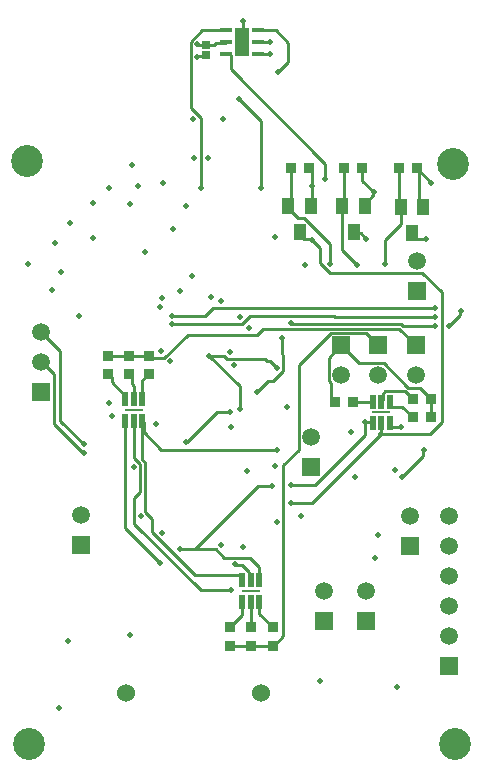
<source format=gbr>
%TF.GenerationSoftware,Altium Limited,Altium Designer,19.1.5 (86)*%
G04 Layer_Physical_Order=4*
G04 Layer_Color=16711680*
%FSLAX26Y26*%
%MOIN*%
%TF.FileFunction,Copper,L4,Bot,Signal*%
%TF.Part,Single*%
G01*
G75*
%TA.AperFunction,SMDPad,CuDef*%
%ADD20R,0.033465X0.035433*%
%ADD21R,0.035433X0.033465*%
%ADD28R,0.025197X0.025197*%
%TA.AperFunction,Conductor*%
%ADD32C,0.010000*%
%TA.AperFunction,ComponentPad*%
%ADD35R,0.059055X0.059055*%
%ADD36C,0.059055*%
%ADD37C,0.060000*%
%TA.AperFunction,ViaPad*%
%ADD38C,0.020000*%
%ADD39C,0.106299*%
%TA.AperFunction,SMDPad,CuDef*%
%ADD40R,0.050394X0.094488*%
%ADD41R,0.039370X0.015748*%
%ADD42R,0.039370X0.055118*%
%ADD43R,0.062992X0.011417*%
%ADD44R,0.021654X0.045276*%
D20*
X3094848Y2050000D02*
D03*
X3033824D02*
D03*
X2911024D02*
D03*
X2850000D02*
D03*
X2733110D02*
D03*
X2672087D02*
D03*
X2819488Y1273137D02*
D03*
X2880512D02*
D03*
X3140000Y1281220D02*
D03*
X3078976D02*
D03*
X3140512Y1220000D02*
D03*
X3079488D02*
D03*
D21*
X2065000Y1426024D02*
D03*
Y1365000D02*
D03*
X2135000Y1425512D02*
D03*
Y1364488D02*
D03*
X2200000Y1425512D02*
D03*
Y1364488D02*
D03*
X2615000Y459488D02*
D03*
Y520512D02*
D03*
X2540000Y459488D02*
D03*
Y520512D02*
D03*
X2470000Y459488D02*
D03*
Y520512D02*
D03*
D28*
X2390000Y2426890D02*
D03*
Y2463110D02*
D03*
D32*
X2647575Y1376302D02*
Y1428010D01*
X2645000Y1430585D02*
X2647575Y1428010D01*
X2645000Y1430585D02*
Y1485000D01*
X2612881Y1341608D02*
X2647575Y1376302D01*
X2595484Y1341608D02*
X2612881D01*
X2558877Y1305000D02*
X2595484Y1341608D01*
X2593706Y1409395D02*
X2602180D01*
X2626575Y1385000D01*
X2460733Y1416234D02*
X2586867D01*
X2450943Y1426024D02*
X2460733Y1416234D01*
X2399638Y1426024D02*
X2450943D01*
X2586867Y1416234D02*
X2593706Y1409395D01*
X2502042Y1249322D02*
Y1323620D01*
X2399638Y1426024D02*
X2502042Y1323620D01*
X2427069Y1236917D02*
X2469431D01*
X2327576Y1137424D02*
X2427069Y1236917D01*
X3040100Y1532528D02*
X3047627Y1525000D01*
X2792661Y1532528D02*
X3040100D01*
X2791579Y1531446D02*
X2792661Y1532528D01*
X3047627Y1525000D02*
X3155000D01*
X2677474Y1531446D02*
X2791579D01*
X2672474Y1536446D02*
X2677474Y1531446D01*
X3114591Y1108940D02*
X3116505Y1110853D01*
X3114591Y1091325D02*
Y1108940D01*
X3043266Y1020000D02*
X3114591Y1091325D01*
X2240000Y1113037D02*
X2626575D01*
X2181895Y1171142D02*
X2240000Y1113037D01*
X2181895Y1171142D02*
Y1205428D01*
X2178543Y1208780D02*
X2181895Y1205428D01*
X2745000Y935000D02*
X2975000Y1165000D01*
X2672474Y935000D02*
X2745000D01*
X2920000Y1160703D02*
Y1204173D01*
X2754297Y995000D02*
X2920000Y1160703D01*
X2672474Y995000D02*
X2754297D01*
X2647575Y491079D02*
Y1061454D01*
X2615984Y459488D02*
X2647575Y491079D01*
Y1061454D02*
X2699157Y1113037D01*
X2352608Y780000D02*
X2424221D01*
X2562608Y990000D02*
X2610000D01*
X2352608Y780000D02*
X2562608Y990000D01*
X2302509Y780000D02*
X2352608D01*
X2535825Y753087D02*
X2568543Y720369D01*
Y677441D02*
Y720369D01*
X2451135Y753087D02*
X2535825D01*
X2424221Y780000D02*
X2451135Y753087D01*
X2487109Y730000D02*
X2489022Y728087D01*
X2121457Y851882D02*
X2238058Y735281D01*
X2121457Y851882D02*
Y1208780D01*
X2151836Y866349D02*
X2373185Y645000D01*
X2151836Y866349D02*
Y951651D01*
X2373185Y645000D02*
X2475000D01*
X2489022Y728087D02*
X2509832D01*
X2534173Y703745D01*
Y683268D02*
Y703745D01*
Y683268D02*
X2540000Y677441D01*
X2355141Y695079D02*
X2505630D01*
X2210295Y839925D02*
X2355141Y695079D01*
X2505630D02*
X2511457Y689252D01*
Y677441D02*
Y689252D01*
X2151836Y951651D02*
X2170396Y970211D01*
Y1063698D01*
X2150000Y1084094D02*
X2170396Y1063698D01*
X2150000Y1084094D02*
Y1208780D01*
X2186396Y906139D02*
Y1070326D01*
Y906139D02*
X2210295Y882239D01*
X2178543Y1078178D02*
Y1208780D01*
Y1078178D02*
X2186396Y1070326D01*
X2210295Y839925D02*
Y882239D01*
X3238087Y1573087D02*
X3240000Y1575000D01*
X3238087Y1563087D02*
Y1573087D01*
X3200000Y1525000D02*
X3238087Y1563087D01*
X3135517Y1165000D02*
X3176000Y1205483D01*
X3110139Y1702714D02*
X3176000Y1636853D01*
Y1205483D02*
Y1636853D01*
X2820942Y1555000D02*
X3155000D01*
X2818496Y1557446D02*
X2820942Y1555000D01*
X2537144Y1557446D02*
X2818496D01*
X2511585Y1531886D02*
X2537144Y1557446D01*
X2412498Y1585000D02*
X3155000D01*
X2387223Y1559725D02*
X2412498Y1585000D01*
X3033472Y1516528D02*
X3090000Y1460000D01*
X2799289Y1516528D02*
X3033472D01*
X2798207Y1515446D02*
X2799289Y1516528D01*
X2579804Y1515446D02*
X2798207D01*
X2560825Y1496467D02*
X2579804Y1515446D01*
X2276559Y1559725D02*
X2387223D01*
X2805916Y1500528D02*
X2924472D01*
X2965000Y1460000D01*
X2276559Y1531886D02*
X2511585D01*
X2699157Y1393769D02*
X2805916Y1500528D01*
X1840000Y1505000D02*
X1905000Y1440000D01*
Y1208622D02*
Y1440000D01*
Y1208622D02*
X1982339Y1131283D01*
X1845000Y1405000D02*
X1885000Y1365000D01*
X1840000Y1405000D02*
X1845000D01*
X1885000Y1198924D02*
Y1365000D01*
Y1198924D02*
X1981275Y1102649D01*
X1982806D01*
X2325000Y1137424D02*
X2327576D01*
X2623937Y2510098D02*
X2665197Y2468838D01*
X2562756Y2510098D02*
X2623937D01*
X2665197Y2405000D02*
Y2468838D01*
X2630197Y2370000D02*
X2665197Y2405000D01*
X2628975Y2370000D02*
X2630197D01*
X2500000Y2280000D02*
X2572417Y2207583D01*
Y1983899D02*
Y2207583D01*
X2376926Y2510098D02*
X2457244D01*
X2339000Y2472173D02*
X2376926Y2510098D01*
X2339000Y2252895D02*
Y2472173D01*
Y2252895D02*
X2375000Y2216895D01*
Y1983899D02*
Y2216895D01*
X2360000Y2422196D02*
X2361913Y2424110D01*
X2360000Y2463474D02*
X2360182Y2463292D01*
X2389818D01*
X2361913Y2424110D02*
X2387220D01*
X2422559Y2468071D02*
X2454587D01*
X2457244Y2470728D01*
X2387220Y2424110D02*
X2390000Y2426890D01*
X2445433Y2470728D02*
X2457244D01*
X2389818Y2463292D02*
X2390000Y2463110D01*
X2417599D02*
X2422559Y2468071D01*
X2390000Y2463110D02*
X2417599D01*
X2457244Y2431358D02*
X2469055D01*
X2786099Y2015000D02*
Y2066010D01*
X2471929Y2380180D02*
X2786099Y2066010D01*
X2471929Y2380180D02*
Y2428484D01*
X2469055Y2431358D02*
X2471929Y2428484D01*
X2975000Y1165000D02*
X3135517D01*
X2803128Y1702714D02*
X3110139D01*
X2771608Y1734234D02*
X2803128Y1702714D01*
X2771608Y1734234D02*
Y1786597D01*
X2745000Y1813205D02*
X2771608Y1786597D01*
X3009370Y1187678D02*
X3039406D01*
X3003543Y1193505D02*
X3009370Y1187678D01*
X3003543Y1193505D02*
Y1200696D01*
X2975000Y1165000D02*
Y1200696D01*
X2920000Y1204173D02*
X2942980D01*
X2946457Y1200696D01*
X3091493Y1815827D02*
X3125000D01*
X3076808Y1830512D02*
X3091493Y1815827D01*
X3076808Y1830512D02*
Y1833386D01*
X2887480Y1833504D02*
X2906795D01*
X2882599Y1838386D02*
X2887480Y1833504D01*
X2906795D02*
X2924472Y1815827D01*
X2743087Y1815118D02*
X2745000Y1813205D01*
X2725866Y1815118D02*
X2743087D01*
X2725158Y1815827D02*
X2725866Y1815118D01*
X2717284Y1815827D02*
X2725158D01*
X2702599Y1830512D02*
X2717284Y1815827D01*
X2702599Y1830512D02*
Y1838386D01*
X2986486Y1813205D02*
X3039406Y1866125D01*
X2986486Y1731036D02*
Y1813205D01*
X3039406Y1866125D02*
Y1920000D01*
X2845197Y1777509D02*
X2893347Y1729359D01*
X2845197Y1777509D02*
Y1925000D01*
X2805000Y1730540D02*
Y1798785D01*
X2717344Y1886441D02*
X2805000Y1798785D01*
X2695882Y1886441D02*
X2717344D01*
X2665197Y1917126D02*
X2695882Y1886441D01*
X2665197Y1917126D02*
Y1925000D01*
X2672087Y1931890D01*
Y2050000D01*
X2845197Y1925000D02*
X2850000Y1929803D01*
Y2050000D01*
X3033824Y1925582D02*
X3039406Y1920000D01*
X3033824Y1925582D02*
Y2050000D01*
X3099524Y2044340D02*
X3138087Y2005777D01*
X3094848Y2049016D02*
X3099524Y2044340D01*
Y1934685D02*
Y2044340D01*
X3138087Y2001913D02*
X3140000Y2000000D01*
X3138087Y2001913D02*
Y2005777D01*
X3094848Y2049016D02*
Y2050000D01*
X3099524Y1934685D02*
X3114209Y1920000D01*
X2911024Y2008976D02*
X2950000Y1970000D01*
X2911024Y2008976D02*
Y2050000D01*
X2744843Y1990157D02*
X2745000Y1990000D01*
X2744843Y1990157D02*
Y2038268D01*
X2733110Y2050000D02*
X2744843Y2038268D01*
X2699157Y1113037D02*
Y1393769D01*
X2615000Y459488D02*
X2615984D01*
X2329248Y1496467D02*
X2560825D01*
X2251781Y1419000D02*
X2329248Y1496467D01*
X2206512Y1419000D02*
X2251781D01*
X2200000Y1425512D02*
X2206512Y1419000D01*
X2840000Y1460000D02*
X2899472Y1400528D01*
X2983281D01*
X3064336Y1319472D01*
X3102732D01*
X3140000Y1282205D01*
Y1281220D02*
Y1282205D01*
X2988160Y1306775D02*
X3054406D01*
X2980827Y1299442D02*
X2988160Y1306775D01*
X3054406D02*
X3078976Y1282205D01*
X3044973Y1255499D02*
X3079488Y1220984D01*
X3009370Y1255499D02*
X3044973D01*
X2980827Y1278964D02*
Y1299442D01*
X2799472Y1419472D02*
X2840000Y1460000D01*
X2799472Y1343213D02*
Y1419472D01*
Y1343213D02*
X2807756Y1334929D01*
Y1284870D02*
Y1334929D01*
Y1284870D02*
X2819488Y1273137D01*
X3140512Y1220000D02*
X3145000Y1215512D01*
X3140000Y1220512D02*
X3140512Y1220000D01*
X3140000Y1220512D02*
Y1281220D01*
X2880512Y1273137D02*
X2946457D01*
X3079488Y1220000D02*
Y1220984D01*
X3003543Y1261326D02*
X3009370Y1255499D01*
X3003543Y1261326D02*
Y1273137D01*
X3078976Y1281220D02*
Y1282205D01*
X2975000Y1273137D02*
X2980827Y1278964D01*
X2540000Y459488D02*
X2615000D01*
X2470000D02*
X2540000D01*
X2568543Y565984D02*
X2614016Y520512D01*
X2568543Y565984D02*
Y605000D01*
X2540000Y520512D02*
Y605000D01*
X2470984Y520512D02*
X2511457Y560984D01*
X2470000Y520512D02*
X2470984D01*
X2511457Y560984D02*
Y605000D01*
X2135000Y1425512D02*
X2200000D01*
X2134488Y1426024D02*
X2135000Y1425512D01*
X2065000Y1426024D02*
X2134488D01*
X2199016Y1364488D02*
X2200000D01*
X2178543Y1344016D02*
X2199016Y1364488D01*
X2178543Y1281220D02*
Y1344016D01*
X2143284Y1332756D02*
Y1364488D01*
X2135000D02*
X2143284D01*
Y1332756D02*
X2150000Y1326039D01*
Y1281220D02*
Y1326039D01*
X2065000Y1365000D02*
X2065984D01*
X2077717Y1353268D01*
Y1336772D02*
Y1353268D01*
Y1336772D02*
X2121457Y1293031D01*
Y1281220D02*
Y1293031D01*
X2562756Y2431358D02*
X2603974D01*
Y2471754D02*
X2605000Y2472780D01*
X2563782Y2471754D02*
X2603974D01*
X2562756Y2470728D02*
X2563782Y2471754D01*
X2515000Y2475728D02*
Y2540000D01*
X2510000Y2470728D02*
X2515000Y2475728D01*
X2920000Y1932874D02*
X2948087Y1960961D01*
X2745000Y1930000D02*
Y1990000D01*
X2614016Y520512D02*
X2615000D01*
X2147717Y1283504D02*
X2150000Y1281220D01*
X2739685Y1055000D02*
X2764213Y1079528D01*
X1838158Y1503158D02*
X1840000Y1505000D01*
X2917706Y640000D02*
X2925000D01*
D35*
X2739685Y1055000D02*
D03*
X3070000Y790000D02*
D03*
X2925000Y540000D02*
D03*
X2785000D02*
D03*
X1840000Y1305000D02*
D03*
X1975000Y795000D02*
D03*
X3200000Y390000D02*
D03*
X3090000Y1460000D02*
D03*
X2965000D02*
D03*
X2840000D02*
D03*
X3095000Y1643242D02*
D03*
D36*
X2739685Y1155000D02*
D03*
X3070000Y890000D02*
D03*
X2925000Y640000D02*
D03*
X2785000D02*
D03*
X1840000Y1405000D02*
D03*
Y1505000D02*
D03*
X1975000Y895000D02*
D03*
X3200000Y490000D02*
D03*
Y590000D02*
D03*
Y690000D02*
D03*
Y790000D02*
D03*
Y890000D02*
D03*
X3090000Y1360000D02*
D03*
X2965000D02*
D03*
X2840000D02*
D03*
X3095000Y1743242D02*
D03*
D37*
X2124213Y300000D02*
D03*
X2575000D02*
D03*
D38*
X2281849Y1847427D02*
D03*
X2244918Y1619493D02*
D03*
X2013397Y1817265D02*
D03*
X2342196Y1690000D02*
D03*
X2485000Y1395000D02*
D03*
X2399638Y1426024D02*
D03*
X2626575Y1385000D02*
D03*
X2469431Y1236917D02*
D03*
X2502042Y1249322D02*
D03*
X3020000Y1045709D02*
D03*
X1900000Y250000D02*
D03*
X3116505Y1110853D02*
D03*
X3043266Y1020000D02*
D03*
X2626575Y1113037D02*
D03*
X2886890Y1020000D02*
D03*
X2672474Y995000D02*
D03*
Y935000D02*
D03*
X2610000Y990000D02*
D03*
X2487109Y730000D02*
D03*
X2302509Y780000D02*
D03*
X2238058Y735281D02*
D03*
X2475000Y645000D02*
D03*
X2872582Y1172362D02*
D03*
X3240000Y1575000D02*
D03*
X3200000Y1525000D02*
D03*
X3155000D02*
D03*
Y1555000D02*
D03*
Y1585000D02*
D03*
X2672474Y1536446D02*
D03*
X2645000Y1485000D02*
D03*
X2558877Y1305000D02*
D03*
X3028445Y320000D02*
D03*
X2770000Y340000D02*
D03*
X2505000Y1555000D02*
D03*
X2276559Y1531886D02*
D03*
Y1559725D02*
D03*
X1982806Y1102649D02*
D03*
X1982339Y1131283D02*
D03*
X2325000Y1137424D02*
D03*
X2225006Y1196922D02*
D03*
X2527345Y1041890D02*
D03*
X2244918Y835000D02*
D03*
X2135476Y495000D02*
D03*
X1930000Y475000D02*
D03*
X2149396Y1055000D02*
D03*
X2628975Y2370000D02*
D03*
X2500000Y2280000D02*
D03*
X2360000Y2422196D02*
D03*
Y2463474D02*
D03*
X2375000Y1983899D02*
D03*
X2572417D02*
D03*
X2786099Y2015000D02*
D03*
X2469431Y1437234D02*
D03*
X3039406Y1187678D02*
D03*
X2975000Y1165000D02*
D03*
X2920000Y1204173D02*
D03*
X3125000Y1815827D02*
D03*
X2924472D02*
D03*
X2745000Y1813205D02*
D03*
X3140000Y2000000D02*
D03*
X2240000Y1440000D02*
D03*
X2448228Y2214188D02*
D03*
X2347196Y2215000D02*
D03*
X2396872Y2085362D02*
D03*
X2350000D02*
D03*
X2474537Y1189182D02*
D03*
X2620000Y1059331D02*
D03*
X2078425Y1225000D02*
D03*
X2066868Y1268425D02*
D03*
X2660635Y1255586D02*
D03*
X2603974Y2431358D02*
D03*
X2605000Y2472780D02*
D03*
X2515000Y2540000D02*
D03*
X2950000Y1970000D02*
D03*
X2238058Y1587564D02*
D03*
X2302509Y1642729D02*
D03*
X2408408Y1622028D02*
D03*
X2533425Y1517467D02*
D03*
X2438920Y1609146D02*
D03*
X2271874Y1409395D02*
D03*
X2172836Y890000D02*
D03*
X2964646Y829876D02*
D03*
X2955000Y750000D02*
D03*
X2707244Y890000D02*
D03*
X2626575Y873307D02*
D03*
X2515000Y789488D02*
D03*
X2438920Y795000D02*
D03*
X1906905Y1704864D02*
D03*
X2745000Y1990000D02*
D03*
X2188120Y1770556D02*
D03*
X2986486Y1731036D02*
D03*
X2893347Y1729359D02*
D03*
X2805000Y1730540D02*
D03*
X2720000Y1728441D02*
D03*
X2620000Y1820987D02*
D03*
X2135256Y1931441D02*
D03*
X2012908Y1936441D02*
D03*
X1876941Y1646441D02*
D03*
X2248499Y2001441D02*
D03*
X2163094Y1991441D02*
D03*
X1967190Y1558327D02*
D03*
X2321941Y1925454D02*
D03*
X2143900Y2061441D02*
D03*
X2068349Y1986441D02*
D03*
X1936941Y1868842D02*
D03*
X1886941Y1801441D02*
D03*
X1796941Y1731441D02*
D03*
D39*
X1795000Y2075000D02*
D03*
X3220000Y130000D02*
D03*
X1800000D02*
D03*
X3215000Y2065000D02*
D03*
D40*
X2510000Y2470728D02*
D03*
D41*
X2457244Y2431358D02*
D03*
Y2470728D02*
D03*
Y2510098D02*
D03*
X2562756Y2431358D02*
D03*
Y2470728D02*
D03*
Y2510098D02*
D03*
D42*
X3039406Y1920000D02*
D03*
X3114209D02*
D03*
X3076808Y1833386D02*
D03*
X2845197Y1925000D02*
D03*
X2920000D02*
D03*
X2882599Y1838386D02*
D03*
X2665197Y1925000D02*
D03*
X2740000D02*
D03*
X2702599Y1838386D02*
D03*
D43*
X2150000Y1245000D02*
D03*
X2540000Y641220D02*
D03*
X2975000Y1236917D02*
D03*
D44*
X2121457Y1281220D02*
D03*
X2150000D02*
D03*
X2178543D02*
D03*
X2121457Y1208780D02*
D03*
X2150000D02*
D03*
X2178543D02*
D03*
X2568543Y605000D02*
D03*
X2540000D02*
D03*
X2511457D02*
D03*
X2568543Y677441D02*
D03*
X2540000D02*
D03*
X2511457D02*
D03*
X2946457Y1273137D02*
D03*
X2975000D02*
D03*
X3003543D02*
D03*
X2946457Y1200696D02*
D03*
X2975000D02*
D03*
X3003543D02*
D03*
%TF.MD5,1ee837295a861bea7e4fd2c180be7fc2*%
M02*

</source>
